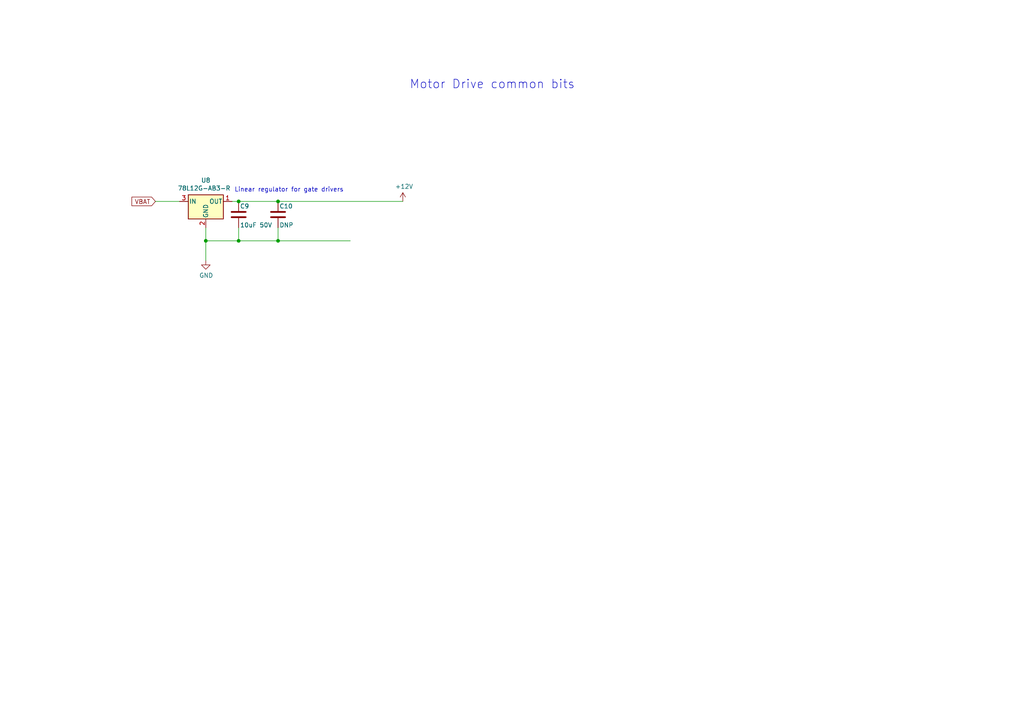
<source format=kicad_sch>
(kicad_sch (version 20211123) (generator eeschema)
  (paper "A4")
  (lib_symbols
    (symbol "Device:C" (pin_numbers hide) (pin_names (offset 0.254))
      (property "Reference" "C" (at 0.635 2.54 0))
      (property "Value" "C" (at 0.635 -2.54 0))
      (symbol "C_0_1"
        (polyline (pts (xy -2.032 -0.762) (xy 2.032 -0.762)) (stroke (width 0.508)))
        (polyline (pts (xy -2.032 0.762) (xy 2.032 0.762)) (stroke (width 0.508)))
      )
      (symbol "C_1_1"
        (pin passive line (at 0 3.81 270) (length 2.794) (name "~") (number "1"))
        (pin passive line (at 0 -3.81 90) (length 2.794) (name "~") (number "2"))
      )
    )
    (symbol "Regulator_Linear:L78L12_SOT89" (pin_names (offset 0.254))
      (property "Reference" "U" (at -3.81 3.175 0))
      (property "Value" "L78L12_SOT89" (at -0.635 3.175 0))
      (symbol "L78L12_SOT89_0_1"
        (rectangle (start -5.08 1.905) (end 5.08 -5.08) (stroke (width 0.254)) (fill (type background)))
      )
      (symbol "L78L12_SOT89_1_1"
        (pin power_out line (at 7.62 0 180) (length 2.54) (name "OUT") (number "1"))
        (pin power_in line (at 0 -7.62 90) (length 2.54) (name "GND") (number "2"))
        (pin power_in line (at -7.62 0 0) (length 2.54) (name "IN") (number "3"))
      )
    )
    (symbol "power:+12V" (power) (pin_names (offset 0))
      (property "Value" "+12V" (at 0 3.556 0))
      (symbol "+12V_0_1"
        (polyline (pts (xy -0.762 1.27) (xy 0 2.54)))
        (polyline (pts (xy 0 0) (xy 0 2.54)))
        (polyline (pts (xy 0 2.54) (xy 0.762 1.27)))
      )
      (symbol "+12V_1_1"
        (pin power_in line (at 0 0 90) (length 0) hide (name "+12V") (number "1"))
      )
    )
    (symbol "power:GND" (power) (pin_names (offset 0))
      (property "Value" "GND" (at 0 -3.81 0))
      (symbol "GND_0_1"
        (polyline (pts (xy 0 0) (xy 0 -1.27) (xy 1.27 -1.27) (xy 0 -2.54) (xy -1.27 -1.27) (xy 0 -1.27)))
      )
      (symbol "GND_1_1"
        (pin power_in line (at 0 0 270) (length 0) hide (name "GND") (number "1"))
      )
    )
  )
  (junction (at 59.69 69.85))
  (junction (at 80.645 69.85))
  (junction (at 80.645 58.42))
  (junction (at 69.215 58.42))
  (junction (at 69.215 69.85))
  (wire (pts (xy 59.69 69.85) (xy 59.69 75.565)))
  (wire (pts (xy 69.215 66.04) (xy 69.215 69.85)))
  (wire (pts (xy 59.69 69.85) (xy 69.215 69.85)))
  (wire (pts (xy 67.31 58.42) (xy 69.215 58.42)))
  (wire (pts (xy 59.69 66.04) (xy 59.69 69.85)))
  (wire (pts (xy 80.645 58.42) (xy 116.84 58.42)))
  (wire (pts (xy 80.645 69.85) (xy 101.6 69.85)))
  (wire (pts (xy 45.085 58.42) (xy 52.07 58.42)))
  (wire (pts (xy 69.215 69.85) (xy 80.645 69.85)))
  (wire (pts (xy 69.215 58.42) (xy 80.645 58.42)))
  (wire (pts (xy 80.645 66.04) (xy 80.645 69.85)))
  (text "Motor Drive common bits" (at 118.745 26.035 0) (effects (font (size 2.5 2.5)) (justify left bottom)))
  (text "Linear regulator for gate drivers" (at 99.695 55.88 180) (effects (font (size 1.27 1.27)) (justify right bottom)))
  (global_label "VBAT" (shape input) (at 45.085 58.42 180) (property "Intersheet References" "${INTERSHEET_REFS}" (effects hide)))
  (symbol (lib_id "Regulator_Linear:L78L12_SOT89") (at 59.69 58.42 0) (unit 1)
    (property "Reference" "U8" (at 59.69 52.3048 0))
    (property "Value" "78L12G-AB3-R " (at 59.69 54.603 0))
    (property "Footprint" "Package_TO_SOT_SMD:SOT-89-3" (effects hide))
    (property "Datasheet" "http://www.st.com/content/ccc/resource/technical/document/datasheet/15/55/e5/aa/23/5b/43/fd/CD00000446.pdf/files/CD00000446.pdf/jcr:content/translations/en.CD00000446.pdf" (effects hide))
    (property "LCSC" "C75501" (effects hide))
    (property "Manufacturer" "Unisonic" (effects hide))
  )
  (symbol (lib_id "Device:C") (at 69.215 62.23 0) (unit 1)
    (property "Reference" "C9" (at 69.5961 59.8106 0) (effects (justify left)))
    (property "Value" "10uF 50V" (at 69.5961 65.2843 0) (effects (justify left)))
    (property "Footprint" "Capacitor_SMD:C_1206_3216Metric" (effects hide))
    (property "LCSC" "C13585" (effects hide))
  )
  (symbol (lib_id "Device:C") (at 80.645 62.23 0) (unit 1)
    (property "Reference" "C10" (at 81.026 59.811 0) (effects (justify left)))
    (property "Value" "DNP" (at 81.0261 65.2843 0) (effects (justify left)))
    (property "Footprint" "Capacitor_SMD:C_0603_1608Metric" (effects hide))
  )
  (symbol (lib_id "power:GND") (at 59.69 75.565 0) (unit 1)
    (property "Reference" "#PWR016" (effects hide))
    (property "Value" "GND" (at 59.8043 79.8894 0))
  )
  (symbol (lib_id "power:+12V") (at 116.84 58.42 0) (unit 1)
    (property "Reference" "#PWR017" (effects hide))
    (property "Value" "+12V" (at 117.2083 54.0956 0))
  )
)
</source>
